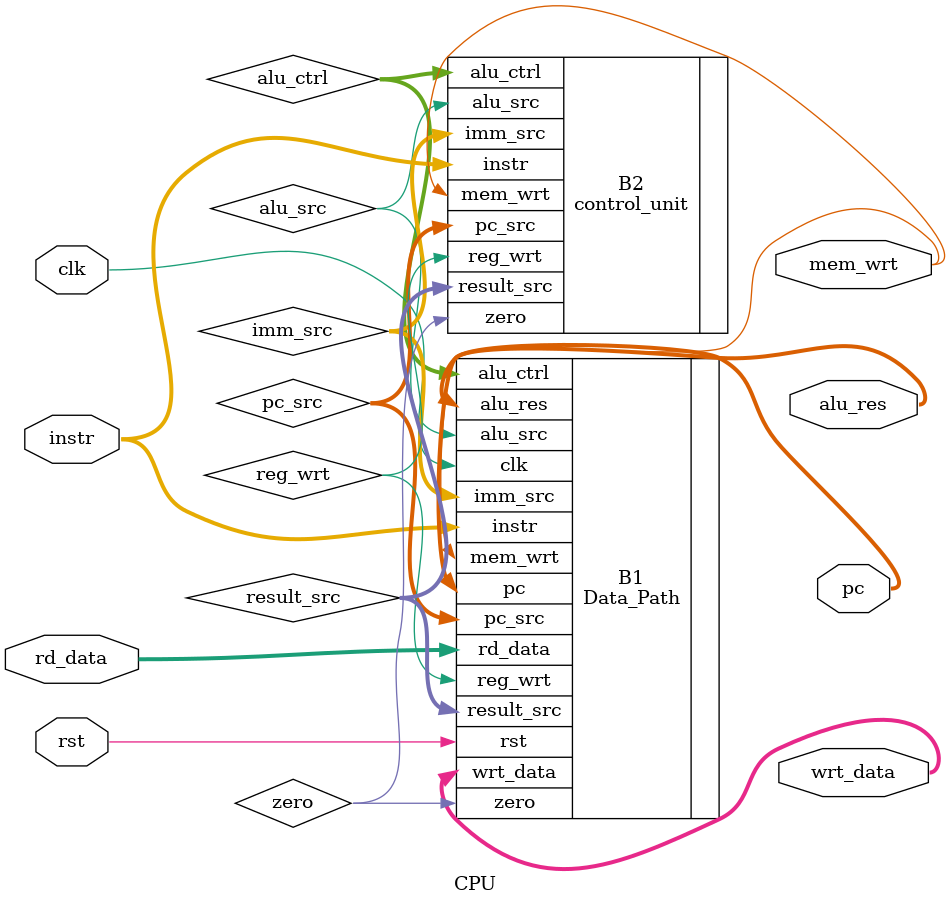
<source format=v>
module CPU (
	input				clk,
	input				rst,
	input		[31:0]	instr,
	input		[31:0]	rd_data, 
	output		[31:0]	pc,
	output		[31:0]	alu_res,
	output		[31:0]	wrt_data,
	output				mem_wrt
	);

//**********INSTANTIATION DATA PATH********** 
//internal signals DATA PATH
wire	[1:0]	pc_src;
wire	[1:0]	result_src,imm_src;
wire	[3:0]	alu_ctrl;
wire			alu_src,reg_wrt,zero;
Data_Path B1(
.clk(clk),
.rst(rst),
.instr(instr),
.pc_src(pc_src),
.result_src(result_src),
.mem_wrt(mem_wrt),
.alu_ctrl(alu_ctrl),
.alu_src(alu_src),
.imm_src(imm_src),
.reg_wrt(reg_wrt),
.rd_data(rd_data),
.pc(pc),
.alu_res(alu_res),
.wrt_data(wrt_data),
.zero(zero)
);

//**********INSTANTIATION CONTROL UNIT********** 
control_unit B2(
.instr(instr),
.pc_src(pc_src),
.result_src(result_src),
.mem_wrt(mem_wrt),
.alu_ctrl(alu_ctrl),
.alu_src(alu_src),
.imm_src(imm_src),
.reg_wrt(reg_wrt),
.zero(zero)
);
endmodule

</source>
